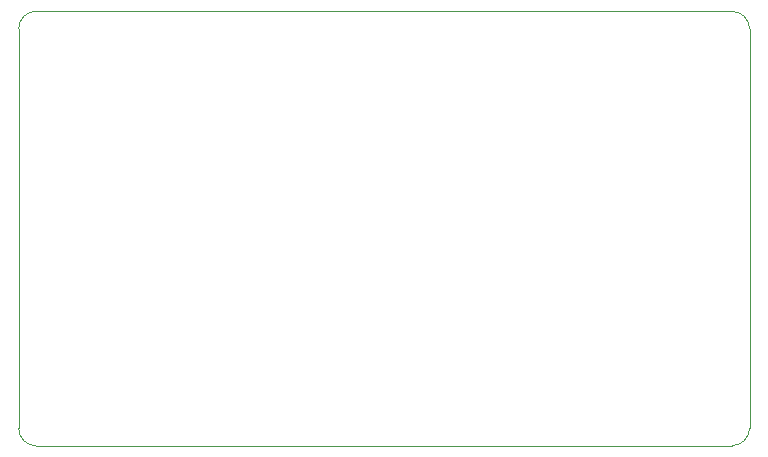
<source format=gbr>
%TF.GenerationSoftware,KiCad,Pcbnew,8.0.5*%
%TF.CreationDate,2024-12-16T02:16:42+02:00*%
%TF.ProjectId,TheXeric,54686558-6572-4696-932e-6b696361645f,1.0*%
%TF.SameCoordinates,Original*%
%TF.FileFunction,Profile,NP*%
%FSLAX46Y46*%
G04 Gerber Fmt 4.6, Leading zero omitted, Abs format (unit mm)*
G04 Created by KiCad (PCBNEW 8.0.5) date 2024-12-16 02:16:42*
%MOMM*%
%LPD*%
G01*
G04 APERTURE LIST*
%TA.AperFunction,Profile*%
%ADD10C,0.050000*%
%TD*%
G04 APERTURE END LIST*
D10*
X110900000Y-113000000D02*
G75*
G02*
X109400000Y-111500000I0J1500000D01*
G01*
X109400000Y-77700000D02*
G75*
G02*
X110900000Y-76200000I1500000J0D01*
G01*
X116010000Y-113000000D02*
X169790000Y-112990000D01*
X171290000Y-111490000D02*
X171290000Y-77710000D01*
X111900000Y-113000000D02*
X110900000Y-113000000D01*
X171290000Y-111490000D02*
G75*
G02*
X169790000Y-112990000I-1500000J0D01*
G01*
X169790000Y-76210000D02*
X111900000Y-76200000D01*
X109400000Y-111500000D02*
X109400000Y-77700000D01*
X111900000Y-113000000D02*
X116010000Y-113000000D01*
X169790000Y-76210000D02*
G75*
G02*
X171290000Y-77710000I0J-1500000D01*
G01*
X111900000Y-76200000D02*
X110900000Y-76200000D01*
M02*

</source>
